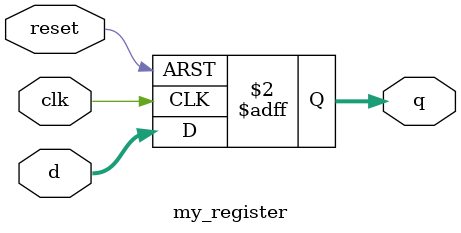
<source format=v>
module my_register (
    input [7:0] d,      // 8-bit data input
    input clk,          // Clock input
    input reset,        // Reset input
    output reg [7:0] q       // 8-bit data output
);

always @(posedge clk or posedge reset) begin
    if (reset) begin
        q <= 8'b0; 
    end
    else begin
        q <= d; 
    end
end

endmodule

</source>
